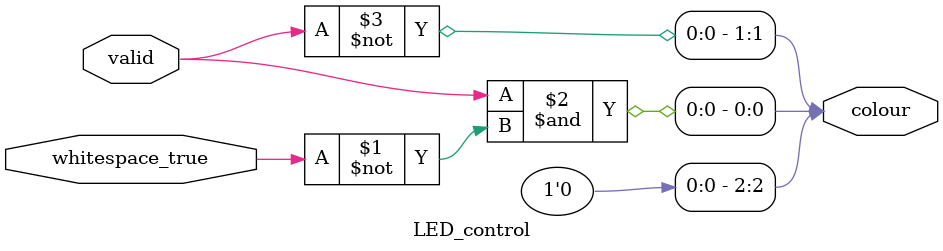
<source format=v>

module LED_control(
    input valid, 
    input whitespace_true, 
    output [2:0] colour
);

// R17 - bit 0
// G17 - bit 1
// B17 - bit 2

assign colour[0] = valid & ~whitespace_true;
assign colour[1] = ~valid;
assign colour[2] = 1'b0;

endmodule
</source>
